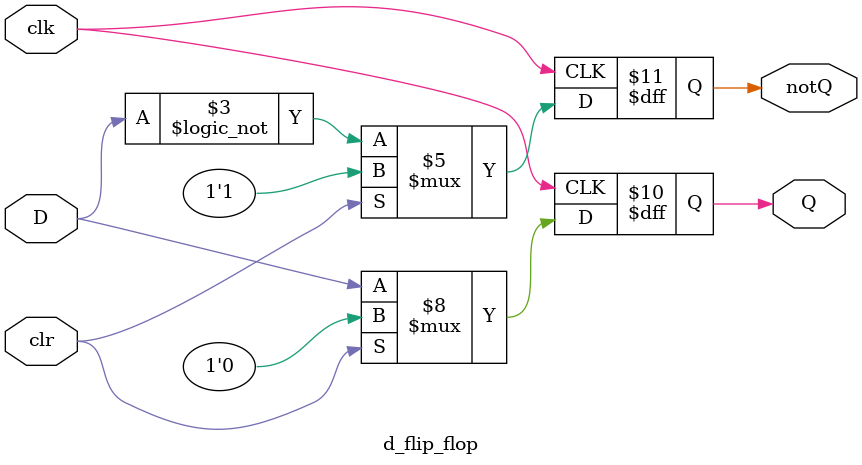
<source format=v>
`timescale 1ns / 10ps
module d_flip_flop(
    input wire clk, clr, D,
    output reg Q, notQ
);
    always@(posedge clk)
    begin
        if(clr) begin Q = 0; notQ = !Q; end
        else begin Q = D; notQ = !D; end
    end
endmodule
</source>
